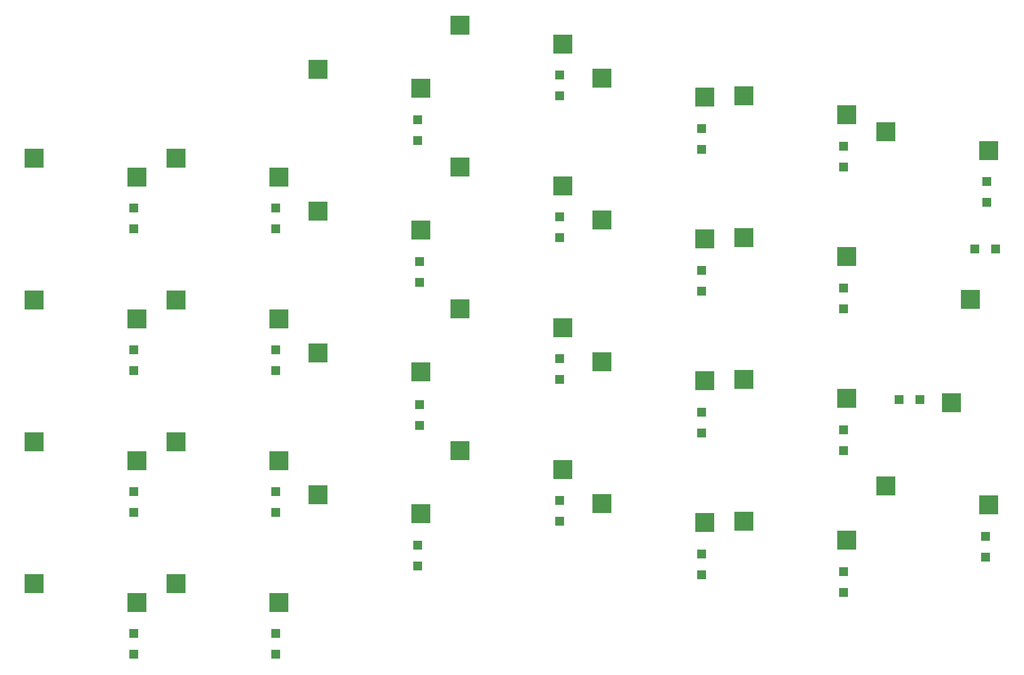
<source format=gbr>
%TF.GenerationSoftware,KiCad,Pcbnew,6.0.4*%
%TF.CreationDate,2022-05-08T18:53:29+02:00*%
%TF.ProjectId,mykeeb,6d796b65-6562-42e6-9b69-6361645f7063,rev?*%
%TF.SameCoordinates,Original*%
%TF.FileFunction,Paste,Top*%
%TF.FilePolarity,Positive*%
%FSLAX46Y46*%
G04 Gerber Fmt 4.6, Leading zero omitted, Abs format (unit mm)*
G04 Created by KiCad (PCBNEW 6.0.4) date 2022-05-08 18:53:29*
%MOMM*%
%LPD*%
G01*
G04 APERTURE LIST*
%ADD10R,2.550000X2.500000*%
%ADD11R,1.200000X1.200000*%
%ADD12R,2.500000X2.550000*%
G04 APERTURE END LIST*
D10*
%TO.C,K26*%
X135394375Y-86598125D03*
X149244375Y-89138125D03*
%TD*%
D11*
%TO.C,D33*%
X91678125Y-88577625D03*
X91678125Y-91377625D03*
%TD*%
D10*
%TO.C,K14*%
X97294375Y-50879375D03*
X111144375Y-53419375D03*
%TD*%
%TO.C,K12*%
X59194375Y-49688750D03*
X73044375Y-52228750D03*
%TD*%
D11*
%TO.C,D32*%
X72628125Y-94530750D03*
X72628125Y-97330750D03*
%TD*%
D10*
%TO.C,K22*%
X59194375Y-68738750D03*
X73044375Y-71278750D03*
%TD*%
D11*
%TO.C,D10*%
X34528125Y-68337000D03*
X34528125Y-71137000D03*
%TD*%
%TO.C,D2*%
X72628125Y-37380750D03*
X72628125Y-40180750D03*
%TD*%
D10*
%TO.C,K30*%
X21094375Y-99695000D03*
X34944375Y-102235000D03*
%TD*%
D11*
%TO.C,D14*%
X110728125Y-57621375D03*
X110728125Y-60421375D03*
%TD*%
%TO.C,D5*%
X129778125Y-40952625D03*
X129778125Y-43752625D03*
%TD*%
%TO.C,D15*%
X129778125Y-60002625D03*
X129778125Y-62802625D03*
%TD*%
%TO.C,D36*%
X150142712Y-54768755D03*
X147342712Y-54768755D03*
%TD*%
%TO.C,D11*%
X53578125Y-68337000D03*
X53578125Y-71137000D03*
%TD*%
D10*
%TO.C,K31*%
X40144375Y-99695000D03*
X53994375Y-102235000D03*
%TD*%
D11*
%TO.C,D16*%
X140022375Y-75009375D03*
X137222375Y-75009375D03*
%TD*%
D10*
%TO.C,K20*%
X21094375Y-80645000D03*
X34944375Y-83185000D03*
%TD*%
D11*
%TO.C,D30*%
X34528125Y-106437000D03*
X34528125Y-109237000D03*
%TD*%
%TO.C,D25*%
X129778125Y-79052625D03*
X129778125Y-81852625D03*
%TD*%
%TO.C,D0*%
X34528125Y-49287000D03*
X34528125Y-52087000D03*
%TD*%
%TO.C,D4*%
X110728125Y-38571375D03*
X110728125Y-41371375D03*
%TD*%
D10*
%TO.C,K11*%
X40144375Y-61595000D03*
X53994375Y-64135000D03*
%TD*%
%TO.C,K4*%
X97294375Y-31829375D03*
X111144375Y-34369375D03*
%TD*%
D11*
%TO.C,D31*%
X53578125Y-106437000D03*
X53578125Y-109237000D03*
%TD*%
D10*
%TO.C,K10*%
X21094375Y-61595000D03*
X34944375Y-64135000D03*
%TD*%
D11*
%TO.C,D3*%
X91678125Y-31427625D03*
X91678125Y-34227625D03*
%TD*%
%TO.C,D13*%
X91678125Y-50477625D03*
X91678125Y-53277625D03*
%TD*%
%TO.C,D20*%
X34528125Y-87387000D03*
X34528125Y-90187000D03*
%TD*%
D10*
%TO.C,K3*%
X78244375Y-24685625D03*
X92094375Y-27225625D03*
%TD*%
D11*
%TO.C,D23*%
X91678125Y-69527625D03*
X91678125Y-72327625D03*
%TD*%
D12*
%TO.C,K16*%
X146764375Y-61575625D03*
X144224375Y-75425625D03*
%TD*%
D10*
%TO.C,K35*%
X116344375Y-91360625D03*
X130194375Y-93900625D03*
%TD*%
%TO.C,K2*%
X59194375Y-30638750D03*
X73044375Y-33178750D03*
%TD*%
%TO.C,K32*%
X59194375Y-87788750D03*
X73044375Y-90328750D03*
%TD*%
%TO.C,K5*%
X116344375Y-34210625D03*
X130194375Y-36750625D03*
%TD*%
%TO.C,K6*%
X135394375Y-38973125D03*
X149244375Y-41513125D03*
%TD*%
%TO.C,K13*%
X78244375Y-43735625D03*
X92094375Y-46275625D03*
%TD*%
%TO.C,K1*%
X40144375Y-42545000D03*
X53994375Y-45085000D03*
%TD*%
D11*
%TO.C,D21*%
X53578125Y-87387000D03*
X53578125Y-90187000D03*
%TD*%
D10*
%TO.C,K25*%
X116344375Y-72310625D03*
X130194375Y-74850625D03*
%TD*%
D11*
%TO.C,D1*%
X53578125Y-49287000D03*
X53578125Y-52087000D03*
%TD*%
D10*
%TO.C,K33*%
X78244375Y-81835625D03*
X92094375Y-84375625D03*
%TD*%
D11*
%TO.C,D24*%
X110728125Y-76671375D03*
X110728125Y-79471375D03*
%TD*%
%TO.C,D26*%
X148828125Y-93340125D03*
X148828125Y-96140125D03*
%TD*%
%TO.C,D35*%
X129778125Y-98102625D03*
X129778125Y-100902625D03*
%TD*%
D10*
%TO.C,K21*%
X40144375Y-80645000D03*
X53994375Y-83185000D03*
%TD*%
D11*
%TO.C,D12*%
X72882125Y-56430750D03*
X72882125Y-59230750D03*
%TD*%
D10*
%TO.C,K0*%
X21094375Y-42545000D03*
X34944375Y-45085000D03*
%TD*%
%TO.C,K34*%
X97294375Y-88979375D03*
X111144375Y-91519375D03*
%TD*%
D11*
%TO.C,D34*%
X110728125Y-95721375D03*
X110728125Y-98521375D03*
%TD*%
%TO.C,D22*%
X72882125Y-75655375D03*
X72882125Y-78455375D03*
%TD*%
D10*
%TO.C,K24*%
X97294375Y-69929375D03*
X111144375Y-72469375D03*
%TD*%
%TO.C,K23*%
X78244375Y-62785625D03*
X92094375Y-65325625D03*
%TD*%
D11*
%TO.C,D6*%
X149002750Y-45715125D03*
X149002750Y-48515125D03*
%TD*%
D10*
%TO.C,K15*%
X116344375Y-53260625D03*
X130194375Y-55800625D03*
%TD*%
M02*

</source>
